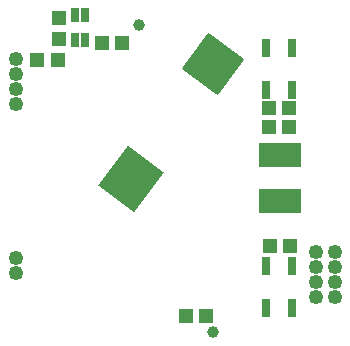
<source format=gbr>
G04 DipTrace 3.2.0.1*
G04 BottomMask.gbr*
%MOIN*%
G04 #@! TF.FileFunction,Soldermask,Bot*
G04 #@! TF.Part,Single*
%AMOUTLINE10*
4,1,4,
-0.015811,0.1046,
0.1046,0.015811,
0.015811,-0.1046,
-0.1046,-0.015811,
-0.015811,0.1046,
0*%
%AMOUTLINE13*
4,1,4,
-0.109487,-0.021064,
-0.010037,0.111042,
0.109487,0.021064,
0.010037,-0.111042,
-0.109487,-0.021064,
0*%
%ADD63C,0.03937*%
%ADD66R,0.031496X0.059055*%
%ADD90C,0.049213*%
%ADD96R,0.031496X0.047244*%
%ADD106R,0.141732X0.082677*%
%ADD108R,0.051181X0.047244*%
%ADD110R,0.047244X0.051181*%
%ADD126OUTLINE10*%
%ADD129OUTLINE13*%
%FSLAX26Y26*%
G04*
G70*
G90*
G75*
G01*
G04 BotMask*
%LPD*%
D108*
X381496Y172441D3*
X314567D3*
D106*
X349606Y76772D3*
Y-76772D3*
D108*
X317717Y-224016D3*
X384646D3*
D63*
X-118110Y511811D3*
X127953Y-511811D3*
D110*
X-384646Y532677D3*
Y465748D3*
D108*
X-241732Y451575D3*
X-174803D3*
X-457480Y394488D3*
X-390551D3*
X379921Y234252D3*
X312992D3*
X103150Y-458268D3*
X36220D3*
D96*
X-333071Y544094D3*
Y461417D3*
X-297638Y544094D3*
Y461417D3*
D90*
X-529921Y298031D3*
Y348031D3*
Y248031D3*
Y398031D3*
X532677Y-346457D3*
Y-296457D3*
Y-396457D3*
Y-246457D3*
X471260Y-346850D3*
Y-296850D3*
Y-396850D3*
Y-246850D3*
X-529134Y-315354D3*
Y-265354D3*
D126*
X128346Y380315D3*
D66*
X305906Y433071D3*
X392520D3*
X305906Y293307D3*
X392520D3*
D129*
X-145434Y-867D3*
D66*
X305906Y-293307D3*
X392520D3*
X305906Y-433071D3*
X392520D3*
M02*

</source>
